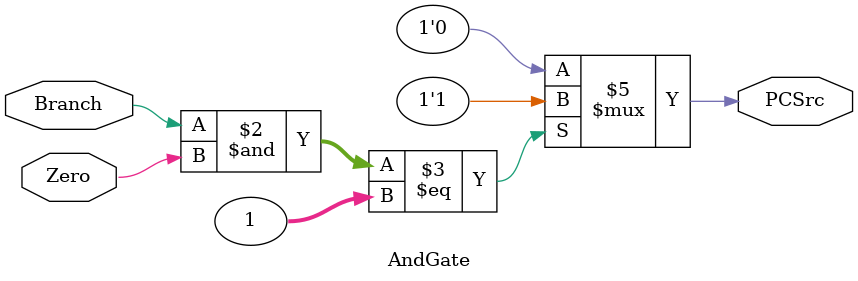
<source format=v>
`timescale 1ns / 1ps


module AndGate(Branch, Zero, PCSrc);

    input Branch, Zero;

    output reg PCSrc;

    /* Please fill in the implementation here... */
    
    always@(*) begin
	   if((Branch & Zero) == 1)
		PCSrc <= 1;
	   else
		PCSrc <= 0; 
	end
    
endmodule


</source>
